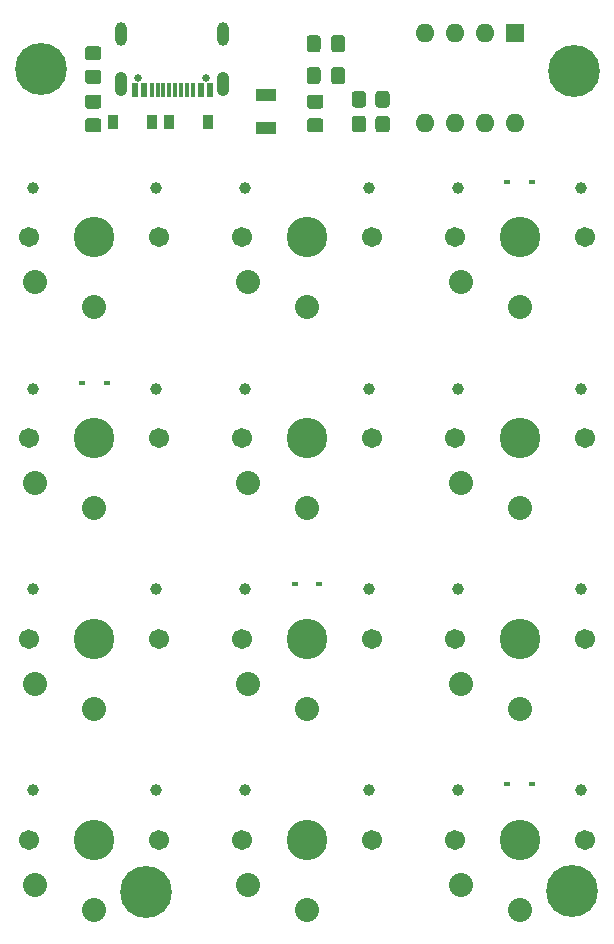
<source format=gbr>
G04 #@! TF.GenerationSoftware,KiCad,Pcbnew,(5.1.10)-1*
G04 #@! TF.CreationDate,2021-08-23T14:46:07-04:00*
G04 #@! TF.ProjectId,charliepad,63686172-6c69-4657-9061-642e6b696361,rev?*
G04 #@! TF.SameCoordinates,Original*
G04 #@! TF.FileFunction,Soldermask,Top*
G04 #@! TF.FilePolarity,Negative*
%FSLAX46Y46*%
G04 Gerber Fmt 4.6, Leading zero omitted, Abs format (unit mm)*
G04 Created by KiCad (PCBNEW (5.1.10)-1) date 2021-08-23 14:46:07*
%MOMM*%
%LPD*%
G01*
G04 APERTURE LIST*
%ADD10R,0.300000X1.150000*%
%ADD11R,0.600000X1.150000*%
%ADD12C,0.650000*%
%ADD13O,1.050000X2.100000*%
%ADD14O,1.000000X2.000000*%
%ADD15C,4.400000*%
%ADD16C,0.700000*%
%ADD17R,1.800000X1.000000*%
%ADD18R,0.900000X1.200000*%
%ADD19C,1.701800*%
%ADD20C,0.990600*%
%ADD21C,2.032000*%
%ADD22C,3.429000*%
%ADD23O,1.600000X1.600000*%
%ADD24R,1.600000X1.600000*%
%ADD25R,0.600000X0.450000*%
G04 APERTURE END LIST*
D10*
G04 #@! TO.C,J1*
X69650000Y-96255000D03*
X69150000Y-96255000D03*
X68650000Y-96255000D03*
X66150000Y-96255000D03*
X66650000Y-96255000D03*
X67150000Y-96255000D03*
X68150000Y-96255000D03*
X67650000Y-96255000D03*
D11*
X65500000Y-96255000D03*
X70300000Y-96255000D03*
X64700000Y-96255000D03*
X71100000Y-96255000D03*
D12*
X70790000Y-95180000D03*
X65010000Y-95180000D03*
D13*
X63580000Y-95680000D03*
X72220000Y-95680000D03*
D14*
X63580000Y-91500000D03*
X72220000Y-91500000D03*
G04 #@! TD*
D15*
G04 #@! TO.C,M2*
X65700000Y-164100000D03*
D16*
X67350000Y-164100000D03*
X66866726Y-165266726D03*
X65700000Y-165750000D03*
X64533274Y-165266726D03*
X64050000Y-164100000D03*
X64533274Y-162933274D03*
X65700000Y-162450000D03*
X66866726Y-162933274D03*
G04 #@! TD*
G04 #@! TO.C,M2*
X103066726Y-93433274D03*
X101900000Y-92950000D03*
X100733274Y-93433274D03*
X100250000Y-94600000D03*
X100733274Y-95766726D03*
X101900000Y-96250000D03*
X103066726Y-95766726D03*
X103550000Y-94600000D03*
D15*
X101900000Y-94600000D03*
G04 #@! TD*
G04 #@! TO.C,M2*
X101700000Y-164000000D03*
D16*
X103350000Y-164000000D03*
X102866726Y-165166726D03*
X101700000Y-165650000D03*
X100533274Y-165166726D03*
X100050000Y-164000000D03*
X100533274Y-162833274D03*
X101700000Y-162350000D03*
X102866726Y-162833274D03*
G04 #@! TD*
G04 #@! TO.C,M2*
X57916726Y-93233274D03*
X56750000Y-92750000D03*
X55583274Y-93233274D03*
X55100000Y-94400000D03*
X55583274Y-95566726D03*
X56750000Y-96050000D03*
X57916726Y-95566726D03*
X58400000Y-94400000D03*
D15*
X56750000Y-94400000D03*
G04 #@! TD*
D17*
G04 #@! TO.C,F1*
X75800000Y-96600000D03*
X75800000Y-99400000D03*
G04 #@! TD*
G04 #@! TO.C,R5*
G36*
G01*
X61650001Y-97800000D02*
X60749999Y-97800000D01*
G75*
G02*
X60500000Y-97550001I0J249999D01*
G01*
X60500000Y-96849999D01*
G75*
G02*
X60749999Y-96600000I249999J0D01*
G01*
X61650001Y-96600000D01*
G75*
G02*
X61900000Y-96849999I0J-249999D01*
G01*
X61900000Y-97550001D01*
G75*
G02*
X61650001Y-97800000I-249999J0D01*
G01*
G37*
G36*
G01*
X61650001Y-99800000D02*
X60749999Y-99800000D01*
G75*
G02*
X60500000Y-99550001I0J249999D01*
G01*
X60500000Y-98849999D01*
G75*
G02*
X60749999Y-98600000I249999J0D01*
G01*
X61650001Y-98600000D01*
G75*
G02*
X61900000Y-98849999I0J-249999D01*
G01*
X61900000Y-99550001D01*
G75*
G02*
X61650001Y-99800000I-249999J0D01*
G01*
G37*
G04 #@! TD*
G04 #@! TO.C,R4*
G36*
G01*
X61650001Y-93700000D02*
X60749999Y-93700000D01*
G75*
G02*
X60500000Y-93450001I0J249999D01*
G01*
X60500000Y-92749999D01*
G75*
G02*
X60749999Y-92500000I249999J0D01*
G01*
X61650001Y-92500000D01*
G75*
G02*
X61900000Y-92749999I0J-249999D01*
G01*
X61900000Y-93450001D01*
G75*
G02*
X61650001Y-93700000I-249999J0D01*
G01*
G37*
G36*
G01*
X61650001Y-95700000D02*
X60749999Y-95700000D01*
G75*
G02*
X60500000Y-95450001I0J249999D01*
G01*
X60500000Y-94749999D01*
G75*
G02*
X60749999Y-94500000I249999J0D01*
G01*
X61650001Y-94500000D01*
G75*
G02*
X61900000Y-94749999I0J-249999D01*
G01*
X61900000Y-95450001D01*
G75*
G02*
X61650001Y-95700000I-249999J0D01*
G01*
G37*
G04 #@! TD*
D18*
G04 #@! TO.C,D2*
X70950000Y-98900000D03*
X67650000Y-98900000D03*
G04 #@! TD*
G04 #@! TO.C,D1*
X62850000Y-98900000D03*
X66150000Y-98900000D03*
G04 #@! TD*
D19*
G04 #@! TO.C,SW8*
X73800000Y-142700000D03*
X84800000Y-142700000D03*
D20*
X84520000Y-138500000D03*
D21*
X79300000Y-148600000D03*
X74300000Y-146500000D03*
D22*
X79300000Y-142700000D03*
D20*
X74080000Y-138500000D03*
G04 #@! TD*
D19*
G04 #@! TO.C,SW9*
X91800000Y-142700000D03*
X102800000Y-142700000D03*
D20*
X102520000Y-138500000D03*
D21*
X97300000Y-148600000D03*
X92300000Y-146500000D03*
D22*
X97300000Y-142700000D03*
D20*
X92080000Y-138500000D03*
G04 #@! TD*
D23*
G04 #@! TO.C,U1*
X96900000Y-99020000D03*
X89280000Y-91400000D03*
X94360000Y-99020000D03*
X91820000Y-91400000D03*
X91820000Y-99020000D03*
X94360000Y-91400000D03*
X89280000Y-99020000D03*
D24*
X96900000Y-91400000D03*
G04 #@! TD*
D19*
G04 #@! TO.C,SW12*
X91800000Y-159700000D03*
X102800000Y-159700000D03*
D20*
X102520000Y-155500000D03*
D21*
X97300000Y-165600000D03*
X92300000Y-163500000D03*
D22*
X97300000Y-159700000D03*
D20*
X92080000Y-155500000D03*
G04 #@! TD*
D19*
G04 #@! TO.C,SW11*
X73800000Y-159700000D03*
X84800000Y-159700000D03*
D20*
X84520000Y-155500000D03*
D21*
X79300000Y-165600000D03*
X74300000Y-163500000D03*
D22*
X79300000Y-159700000D03*
D20*
X74080000Y-155500000D03*
G04 #@! TD*
D19*
G04 #@! TO.C,SW10*
X55800000Y-159700000D03*
X66800000Y-159700000D03*
D20*
X66520000Y-155500000D03*
D21*
X61300000Y-165600000D03*
X56300000Y-163500000D03*
D22*
X61300000Y-159700000D03*
D20*
X56080000Y-155500000D03*
G04 #@! TD*
D19*
G04 #@! TO.C,SW7*
X55800000Y-142700000D03*
X66800000Y-142700000D03*
D20*
X66520000Y-138500000D03*
D21*
X61300000Y-148600000D03*
X56300000Y-146500000D03*
D22*
X61300000Y-142700000D03*
D20*
X56080000Y-138500000D03*
G04 #@! TD*
D19*
G04 #@! TO.C,SW6*
X91800000Y-125700000D03*
X102800000Y-125700000D03*
D20*
X102520000Y-121500000D03*
D21*
X97300000Y-131600000D03*
X92300000Y-129500000D03*
D22*
X97300000Y-125700000D03*
D20*
X92080000Y-121500000D03*
G04 #@! TD*
D19*
G04 #@! TO.C,SW5*
X73800000Y-125700000D03*
X84800000Y-125700000D03*
D20*
X84520000Y-121500000D03*
D21*
X79300000Y-131600000D03*
X74300000Y-129500000D03*
D22*
X79300000Y-125700000D03*
D20*
X74080000Y-121500000D03*
G04 #@! TD*
D19*
G04 #@! TO.C,SW4*
X55800000Y-125700000D03*
X66800000Y-125700000D03*
D20*
X66520000Y-121500000D03*
D21*
X61300000Y-131600000D03*
X56300000Y-129500000D03*
D22*
X61300000Y-125700000D03*
D20*
X56080000Y-121500000D03*
G04 #@! TD*
D19*
G04 #@! TO.C,SW3*
X91800000Y-108700000D03*
X102800000Y-108700000D03*
D20*
X102520000Y-104500000D03*
D21*
X97300000Y-114600000D03*
X92300000Y-112500000D03*
D22*
X97300000Y-108700000D03*
D20*
X92080000Y-104500000D03*
G04 #@! TD*
D19*
G04 #@! TO.C,SW2*
X73800000Y-108700000D03*
X84800000Y-108700000D03*
D20*
X84520000Y-104500000D03*
D21*
X79300000Y-114600000D03*
X74300000Y-112500000D03*
D22*
X79300000Y-108700000D03*
D20*
X74080000Y-104500000D03*
G04 #@! TD*
D19*
G04 #@! TO.C,SW1*
X55800000Y-108700000D03*
X66800000Y-108700000D03*
D20*
X66520000Y-104500000D03*
D21*
X61300000Y-114600000D03*
X56300000Y-112500000D03*
D22*
X61300000Y-108700000D03*
D20*
X56080000Y-104500000D03*
G04 #@! TD*
G04 #@! TO.C,R2*
G36*
G01*
X84300000Y-96549999D02*
X84300000Y-97450001D01*
G75*
G02*
X84050001Y-97700000I-249999J0D01*
G01*
X83349999Y-97700000D01*
G75*
G02*
X83100000Y-97450001I0J249999D01*
G01*
X83100000Y-96549999D01*
G75*
G02*
X83349999Y-96300000I249999J0D01*
G01*
X84050001Y-96300000D01*
G75*
G02*
X84300000Y-96549999I0J-249999D01*
G01*
G37*
G36*
G01*
X86300000Y-96549999D02*
X86300000Y-97450001D01*
G75*
G02*
X86050001Y-97700000I-249999J0D01*
G01*
X85349999Y-97700000D01*
G75*
G02*
X85100000Y-97450001I0J249999D01*
G01*
X85100000Y-96549999D01*
G75*
G02*
X85349999Y-96300000I249999J0D01*
G01*
X86050001Y-96300000D01*
G75*
G02*
X86300000Y-96549999I0J-249999D01*
G01*
G37*
G04 #@! TD*
G04 #@! TO.C,R3*
G36*
G01*
X84300000Y-98649999D02*
X84300000Y-99550001D01*
G75*
G02*
X84050001Y-99800000I-249999J0D01*
G01*
X83349999Y-99800000D01*
G75*
G02*
X83100000Y-99550001I0J249999D01*
G01*
X83100000Y-98649999D01*
G75*
G02*
X83349999Y-98400000I249999J0D01*
G01*
X84050001Y-98400000D01*
G75*
G02*
X84300000Y-98649999I0J-249999D01*
G01*
G37*
G36*
G01*
X86300000Y-98649999D02*
X86300000Y-99550001D01*
G75*
G02*
X86050001Y-99800000I-249999J0D01*
G01*
X85349999Y-99800000D01*
G75*
G02*
X85100000Y-99550001I0J249999D01*
G01*
X85100000Y-98649999D01*
G75*
G02*
X85349999Y-98400000I249999J0D01*
G01*
X86050001Y-98400000D01*
G75*
G02*
X86300000Y-98649999I0J-249999D01*
G01*
G37*
G04 #@! TD*
G04 #@! TO.C,R1*
G36*
G01*
X80450001Y-97800000D02*
X79549999Y-97800000D01*
G75*
G02*
X79300000Y-97550001I0J249999D01*
G01*
X79300000Y-96849999D01*
G75*
G02*
X79549999Y-96600000I249999J0D01*
G01*
X80450001Y-96600000D01*
G75*
G02*
X80700000Y-96849999I0J-249999D01*
G01*
X80700000Y-97550001D01*
G75*
G02*
X80450001Y-97800000I-249999J0D01*
G01*
G37*
G36*
G01*
X80450001Y-99800000D02*
X79549999Y-99800000D01*
G75*
G02*
X79300000Y-99550001I0J249999D01*
G01*
X79300000Y-98849999D01*
G75*
G02*
X79549999Y-98600000I249999J0D01*
G01*
X80450001Y-98600000D01*
G75*
G02*
X80700000Y-98849999I0J-249999D01*
G01*
X80700000Y-99550001D01*
G75*
G02*
X80450001Y-99800000I-249999J0D01*
G01*
G37*
G04 #@! TD*
D25*
G04 #@! TO.C,D6*
X98350000Y-155000000D03*
X96250000Y-155000000D03*
G04 #@! TD*
G04 #@! TO.C,D5*
X80350000Y-138000000D03*
X78250000Y-138000000D03*
G04 #@! TD*
G04 #@! TO.C,D4*
X62350000Y-121000000D03*
X60250000Y-121000000D03*
G04 #@! TD*
G04 #@! TO.C,D3*
X98350000Y-104000000D03*
X96250000Y-104000000D03*
G04 #@! TD*
G04 #@! TO.C,C2*
G36*
G01*
X81350000Y-95475000D02*
X81350000Y-94525000D01*
G75*
G02*
X81600000Y-94275000I250000J0D01*
G01*
X82275000Y-94275000D01*
G75*
G02*
X82525000Y-94525000I0J-250000D01*
G01*
X82525000Y-95475000D01*
G75*
G02*
X82275000Y-95725000I-250000J0D01*
G01*
X81600000Y-95725000D01*
G75*
G02*
X81350000Y-95475000I0J250000D01*
G01*
G37*
G36*
G01*
X79275000Y-95475000D02*
X79275000Y-94525000D01*
G75*
G02*
X79525000Y-94275000I250000J0D01*
G01*
X80200000Y-94275000D01*
G75*
G02*
X80450000Y-94525000I0J-250000D01*
G01*
X80450000Y-95475000D01*
G75*
G02*
X80200000Y-95725000I-250000J0D01*
G01*
X79525000Y-95725000D01*
G75*
G02*
X79275000Y-95475000I0J250000D01*
G01*
G37*
G04 #@! TD*
G04 #@! TO.C,C1*
G36*
G01*
X81350000Y-92775000D02*
X81350000Y-91825000D01*
G75*
G02*
X81600000Y-91575000I250000J0D01*
G01*
X82275000Y-91575000D01*
G75*
G02*
X82525000Y-91825000I0J-250000D01*
G01*
X82525000Y-92775000D01*
G75*
G02*
X82275000Y-93025000I-250000J0D01*
G01*
X81600000Y-93025000D01*
G75*
G02*
X81350000Y-92775000I0J250000D01*
G01*
G37*
G36*
G01*
X79275000Y-92775000D02*
X79275000Y-91825000D01*
G75*
G02*
X79525000Y-91575000I250000J0D01*
G01*
X80200000Y-91575000D01*
G75*
G02*
X80450000Y-91825000I0J-250000D01*
G01*
X80450000Y-92775000D01*
G75*
G02*
X80200000Y-93025000I-250000J0D01*
G01*
X79525000Y-93025000D01*
G75*
G02*
X79275000Y-92775000I0J250000D01*
G01*
G37*
G04 #@! TD*
M02*

</source>
